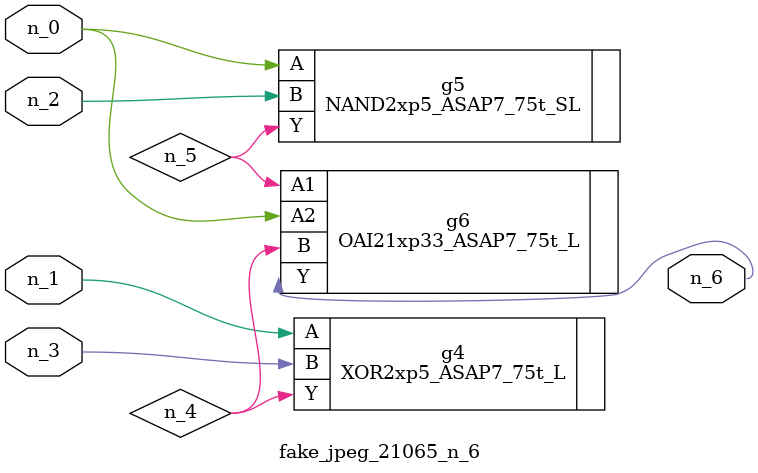
<source format=v>
module fake_jpeg_21065_n_6 (n_0, n_3, n_2, n_1, n_6);

input n_0;
input n_3;
input n_2;
input n_1;

output n_6;

wire n_4;
wire n_5;

XOR2xp5_ASAP7_75t_L g4 ( 
.A(n_1),
.B(n_3),
.Y(n_4)
);

NAND2xp5_ASAP7_75t_SL g5 ( 
.A(n_0),
.B(n_2),
.Y(n_5)
);

OAI21xp33_ASAP7_75t_L g6 ( 
.A1(n_5),
.A2(n_0),
.B(n_4),
.Y(n_6)
);


endmodule
</source>
